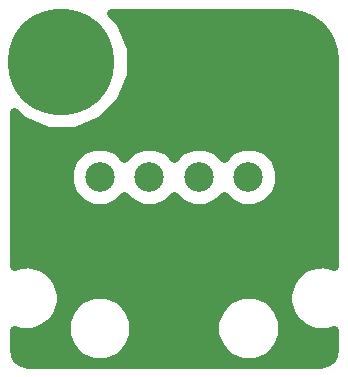
<source format=gbl>
G04 (created by PCBNEW (2013-jul-07)-stable) date Sat 02 Aug 2014 04:43:44 PM EDT*
%MOIN*%
G04 Gerber Fmt 3.4, Leading zero omitted, Abs format*
%FSLAX34Y34*%
G01*
G70*
G90*
G04 APERTURE LIST*
%ADD10C,0.00590551*%
%ADD11C,0.0984252*%
%ADD12C,0.354331*%
%ADD13C,0.0295276*%
G04 APERTURE END LIST*
G54D10*
G54D11*
X141730Y-95003D03*
X140076Y-95003D03*
X138423Y-95003D03*
X136769Y-95003D03*
X141730Y-92838D03*
X140076Y-92838D03*
X138423Y-92838D03*
X136769Y-92838D03*
G54D12*
X143000Y-89000D03*
X135500Y-89000D03*
G54D10*
G36*
X144594Y-98588D02*
X144551Y-98804D01*
X144471Y-98923D01*
X144450Y-98945D01*
X144328Y-99026D01*
X144116Y-99068D01*
X142862Y-99068D01*
X142862Y-97653D01*
X142763Y-97415D01*
X142763Y-92633D01*
X142606Y-92253D01*
X142316Y-91962D01*
X141936Y-91805D01*
X141525Y-91804D01*
X141145Y-91961D01*
X140903Y-92203D01*
X140662Y-91962D01*
X140283Y-91805D01*
X139872Y-91804D01*
X139492Y-91961D01*
X139249Y-92203D01*
X139009Y-91962D01*
X138629Y-91805D01*
X138218Y-91804D01*
X137838Y-91961D01*
X137596Y-92203D01*
X137355Y-91962D01*
X136976Y-91805D01*
X136565Y-91804D01*
X136185Y-91961D01*
X135894Y-92252D01*
X135736Y-92632D01*
X135736Y-93043D01*
X135893Y-93423D01*
X136183Y-93714D01*
X136563Y-93871D01*
X136974Y-93872D01*
X137354Y-93715D01*
X137596Y-93473D01*
X137837Y-93714D01*
X138216Y-93871D01*
X138627Y-93872D01*
X139007Y-93715D01*
X139250Y-93473D01*
X139490Y-93714D01*
X139870Y-93871D01*
X140281Y-93872D01*
X140661Y-93715D01*
X140903Y-93473D01*
X141144Y-93714D01*
X141523Y-93871D01*
X141934Y-93872D01*
X142314Y-93715D01*
X142605Y-93424D01*
X142763Y-93045D01*
X142763Y-92633D01*
X142763Y-97415D01*
X142690Y-97237D01*
X142372Y-96918D01*
X141956Y-96746D01*
X141506Y-96745D01*
X141089Y-96917D01*
X140771Y-97235D01*
X140598Y-97651D01*
X140598Y-98102D01*
X140770Y-98518D01*
X141088Y-98836D01*
X141504Y-99009D01*
X141954Y-99010D01*
X142370Y-98838D01*
X142689Y-98519D01*
X142862Y-98104D01*
X142862Y-97653D01*
X142862Y-99068D01*
X137901Y-99068D01*
X137901Y-97653D01*
X137729Y-97237D01*
X137411Y-96918D01*
X136995Y-96746D01*
X136545Y-96745D01*
X136129Y-96917D01*
X135810Y-97235D01*
X135637Y-97651D01*
X135637Y-98102D01*
X135809Y-98518D01*
X136127Y-98836D01*
X136543Y-99009D01*
X136993Y-99010D01*
X137410Y-98838D01*
X137728Y-98519D01*
X137901Y-98104D01*
X137901Y-97653D01*
X137901Y-99068D01*
X134385Y-99068D01*
X134170Y-99026D01*
X134050Y-98946D01*
X134029Y-98924D01*
X133947Y-98802D01*
X133905Y-98590D01*
X133905Y-97933D01*
X133992Y-97969D01*
X134218Y-98014D01*
X134437Y-98015D01*
X134438Y-98014D01*
X134438Y-98014D01*
X134662Y-97969D01*
X134663Y-97969D01*
X134866Y-97886D01*
X135057Y-97758D01*
X135212Y-97603D01*
X135213Y-97602D01*
X135213Y-97602D01*
X135339Y-97412D01*
X135340Y-97412D01*
X135424Y-97209D01*
X135469Y-96983D01*
X135469Y-96983D01*
X135469Y-96982D01*
X135469Y-96874D01*
X135469Y-96765D01*
X135469Y-96764D01*
X135469Y-96764D01*
X135424Y-96538D01*
X135340Y-96335D01*
X135339Y-96335D01*
X135213Y-96145D01*
X135213Y-96145D01*
X135212Y-96144D01*
X135057Y-95989D01*
X134866Y-95861D01*
X134663Y-95778D01*
X134662Y-95778D01*
X134438Y-95733D01*
X134438Y-95733D01*
X134437Y-95732D01*
X134218Y-95733D01*
X133992Y-95778D01*
X133905Y-95814D01*
X133905Y-90676D01*
X134188Y-90959D01*
X135037Y-91312D01*
X135958Y-91313D01*
X136808Y-90962D01*
X137459Y-90311D01*
X137812Y-89462D01*
X137813Y-88541D01*
X137462Y-87691D01*
X137166Y-87395D01*
X142934Y-87395D01*
X143601Y-87528D01*
X144117Y-87874D01*
X144462Y-88388D01*
X144594Y-89051D01*
X144594Y-95814D01*
X144506Y-95778D01*
X144505Y-95778D01*
X144281Y-95733D01*
X144281Y-95733D01*
X144280Y-95732D01*
X144061Y-95733D01*
X143835Y-95778D01*
X143633Y-95862D01*
X143632Y-95862D01*
X143442Y-95989D01*
X143442Y-95989D01*
X143441Y-95990D01*
X143286Y-96145D01*
X143158Y-96336D01*
X143075Y-96539D01*
X143075Y-96540D01*
X143030Y-96764D01*
X143030Y-96764D01*
X143030Y-96765D01*
X143030Y-96874D01*
X143030Y-96982D01*
X143030Y-96983D01*
X143030Y-96983D01*
X143075Y-97207D01*
X143075Y-97208D01*
X143158Y-97411D01*
X143286Y-97602D01*
X143441Y-97757D01*
X143442Y-97758D01*
X143442Y-97758D01*
X143632Y-97885D01*
X143633Y-97885D01*
X143835Y-97969D01*
X144061Y-98014D01*
X144280Y-98015D01*
X144281Y-98014D01*
X144281Y-98014D01*
X144505Y-97969D01*
X144506Y-97969D01*
X144594Y-97933D01*
X144594Y-98588D01*
X144594Y-98588D01*
G37*
G54D13*
X144594Y-98588D02*
X144551Y-98804D01*
X144471Y-98923D01*
X144450Y-98945D01*
X144328Y-99026D01*
X144116Y-99068D01*
X142862Y-99068D01*
X142862Y-97653D01*
X142763Y-97415D01*
X142763Y-92633D01*
X142606Y-92253D01*
X142316Y-91962D01*
X141936Y-91805D01*
X141525Y-91804D01*
X141145Y-91961D01*
X140903Y-92203D01*
X140662Y-91962D01*
X140283Y-91805D01*
X139872Y-91804D01*
X139492Y-91961D01*
X139249Y-92203D01*
X139009Y-91962D01*
X138629Y-91805D01*
X138218Y-91804D01*
X137838Y-91961D01*
X137596Y-92203D01*
X137355Y-91962D01*
X136976Y-91805D01*
X136565Y-91804D01*
X136185Y-91961D01*
X135894Y-92252D01*
X135736Y-92632D01*
X135736Y-93043D01*
X135893Y-93423D01*
X136183Y-93714D01*
X136563Y-93871D01*
X136974Y-93872D01*
X137354Y-93715D01*
X137596Y-93473D01*
X137837Y-93714D01*
X138216Y-93871D01*
X138627Y-93872D01*
X139007Y-93715D01*
X139250Y-93473D01*
X139490Y-93714D01*
X139870Y-93871D01*
X140281Y-93872D01*
X140661Y-93715D01*
X140903Y-93473D01*
X141144Y-93714D01*
X141523Y-93871D01*
X141934Y-93872D01*
X142314Y-93715D01*
X142605Y-93424D01*
X142763Y-93045D01*
X142763Y-92633D01*
X142763Y-97415D01*
X142690Y-97237D01*
X142372Y-96918D01*
X141956Y-96746D01*
X141506Y-96745D01*
X141089Y-96917D01*
X140771Y-97235D01*
X140598Y-97651D01*
X140598Y-98102D01*
X140770Y-98518D01*
X141088Y-98836D01*
X141504Y-99009D01*
X141954Y-99010D01*
X142370Y-98838D01*
X142689Y-98519D01*
X142862Y-98104D01*
X142862Y-97653D01*
X142862Y-99068D01*
X137901Y-99068D01*
X137901Y-97653D01*
X137729Y-97237D01*
X137411Y-96918D01*
X136995Y-96746D01*
X136545Y-96745D01*
X136129Y-96917D01*
X135810Y-97235D01*
X135637Y-97651D01*
X135637Y-98102D01*
X135809Y-98518D01*
X136127Y-98836D01*
X136543Y-99009D01*
X136993Y-99010D01*
X137410Y-98838D01*
X137728Y-98519D01*
X137901Y-98104D01*
X137901Y-97653D01*
X137901Y-99068D01*
X134385Y-99068D01*
X134170Y-99026D01*
X134050Y-98946D01*
X134029Y-98924D01*
X133947Y-98802D01*
X133905Y-98590D01*
X133905Y-97933D01*
X133992Y-97969D01*
X134218Y-98014D01*
X134437Y-98015D01*
X134438Y-98014D01*
X134438Y-98014D01*
X134662Y-97969D01*
X134663Y-97969D01*
X134866Y-97886D01*
X135057Y-97758D01*
X135212Y-97603D01*
X135213Y-97602D01*
X135213Y-97602D01*
X135339Y-97412D01*
X135340Y-97412D01*
X135424Y-97209D01*
X135469Y-96983D01*
X135469Y-96983D01*
X135469Y-96982D01*
X135469Y-96874D01*
X135469Y-96765D01*
X135469Y-96764D01*
X135469Y-96764D01*
X135424Y-96538D01*
X135340Y-96335D01*
X135339Y-96335D01*
X135213Y-96145D01*
X135213Y-96145D01*
X135212Y-96144D01*
X135057Y-95989D01*
X134866Y-95861D01*
X134663Y-95778D01*
X134662Y-95778D01*
X134438Y-95733D01*
X134438Y-95733D01*
X134437Y-95732D01*
X134218Y-95733D01*
X133992Y-95778D01*
X133905Y-95814D01*
X133905Y-90676D01*
X134188Y-90959D01*
X135037Y-91312D01*
X135958Y-91313D01*
X136808Y-90962D01*
X137459Y-90311D01*
X137812Y-89462D01*
X137813Y-88541D01*
X137462Y-87691D01*
X137166Y-87395D01*
X142934Y-87395D01*
X143601Y-87528D01*
X144117Y-87874D01*
X144462Y-88388D01*
X144594Y-89051D01*
X144594Y-95814D01*
X144506Y-95778D01*
X144505Y-95778D01*
X144281Y-95733D01*
X144281Y-95733D01*
X144280Y-95732D01*
X144061Y-95733D01*
X143835Y-95778D01*
X143633Y-95862D01*
X143632Y-95862D01*
X143442Y-95989D01*
X143442Y-95989D01*
X143441Y-95990D01*
X143286Y-96145D01*
X143158Y-96336D01*
X143075Y-96539D01*
X143075Y-96540D01*
X143030Y-96764D01*
X143030Y-96764D01*
X143030Y-96765D01*
X143030Y-96874D01*
X143030Y-96982D01*
X143030Y-96983D01*
X143030Y-96983D01*
X143075Y-97207D01*
X143075Y-97208D01*
X143158Y-97411D01*
X143286Y-97602D01*
X143441Y-97757D01*
X143442Y-97758D01*
X143442Y-97758D01*
X143632Y-97885D01*
X143633Y-97885D01*
X143835Y-97969D01*
X144061Y-98014D01*
X144280Y-98015D01*
X144281Y-98014D01*
X144281Y-98014D01*
X144505Y-97969D01*
X144506Y-97969D01*
X144594Y-97933D01*
X144594Y-98588D01*
M02*

</source>
